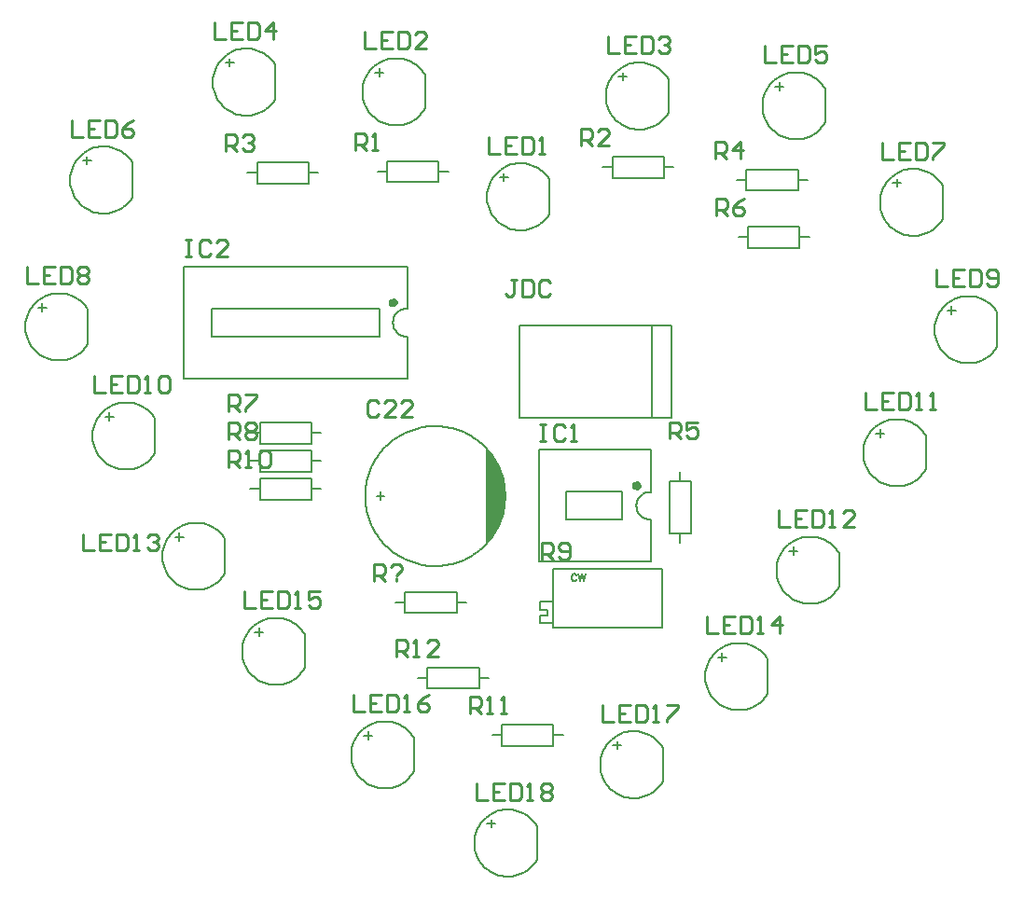
<source format=gto>
G04*
G04 #@! TF.GenerationSoftware,Altium Limited,Altium Designer,18.0.7 (293)*
G04*
G04 Layer_Color=65535*
%FSLAX25Y25*%
%MOIN*%
G70*
G01*
G75*
%ADD10C,0.00700*%
%ADD11C,0.01500*%
%ADD12C,0.00500*%
%ADD13C,0.01000*%
G36*
X403600Y285400D02*
Y250500D01*
X405500Y253100D01*
X405600Y252900D01*
X407300Y255600D01*
X408900Y259000D01*
X410400Y265100D01*
X410500Y268000D01*
X410300Y271400D01*
X409600Y275000D01*
X407600Y279600D01*
X403600Y285400D01*
D02*
G37*
D10*
X410500Y268000D02*
X410480Y269000D01*
X410420Y269999D01*
X410320Y270994D01*
X410180Y271985D01*
X410001Y272969D01*
X409783Y273945D01*
X409525Y274912D01*
X409230Y275868D01*
X408896Y276811D01*
X408525Y277740D01*
X408116Y278654D01*
X407672Y279550D01*
X407192Y280428D01*
X406678Y281286D01*
X406129Y282122D01*
X405548Y282936D01*
X404934Y283727D01*
X404289Y284491D01*
X403614Y285230D01*
X402910Y285941D01*
X402179Y286623D01*
X401420Y287276D01*
X400636Y287897D01*
X399828Y288487D01*
X398997Y289044D01*
X398144Y289567D01*
X397271Y290055D01*
X396379Y290509D01*
X395470Y290926D01*
X394545Y291306D01*
X393605Y291650D01*
X392652Y291955D01*
X391688Y292222D01*
X390714Y292450D01*
X389732Y292639D01*
X388742Y292789D01*
X387748Y292899D01*
X386750Y292969D01*
X385750Y292999D01*
X384750Y292989D01*
X383751Y292939D01*
X382754Y292849D01*
X381762Y292719D01*
X380776Y292550D01*
X379798Y292341D01*
X378828Y292093D01*
X377870Y291807D01*
X376923Y291483D01*
X375991Y291121D01*
X375073Y290722D01*
X374173Y290286D01*
X373290Y289815D01*
X372427Y289310D01*
X371585Y288769D01*
X370765Y288196D01*
X369969Y287590D01*
X369197Y286953D01*
X368452Y286286D01*
X367734Y285589D01*
X367045Y284864D01*
X366385Y284112D01*
X365755Y283334D01*
X365158Y282532D01*
X364593Y281707D01*
X364061Y280859D01*
X363563Y279991D01*
X363101Y279104D01*
X362675Y278199D01*
X362285Y277277D01*
X361933Y276341D01*
X361618Y275392D01*
X361341Y274430D01*
X361103Y273459D01*
X360904Y272478D01*
X360745Y271490D01*
X360625Y270497D01*
X360545Y269500D01*
X360505Y268500D01*
X360505Y267500D01*
X360545Y266500D01*
X360625Y265503D01*
X360745Y264510D01*
X360904Y263522D01*
X361103Y262542D01*
X361341Y261570D01*
X361618Y260608D01*
X361933Y259659D01*
X362285Y258722D01*
X362675Y257801D01*
X363101Y256896D01*
X363563Y256009D01*
X364061Y255141D01*
X364593Y254293D01*
X365158Y253468D01*
X365755Y252665D01*
X366385Y251888D01*
X367045Y251136D01*
X367734Y250411D01*
X368452Y249714D01*
X369197Y249047D01*
X369969Y248410D01*
X370765Y247804D01*
X371585Y247231D01*
X372427Y246691D01*
X373290Y246184D01*
X374173Y245713D01*
X375073Y245278D01*
X375991Y244879D01*
X376923Y244517D01*
X377870Y244193D01*
X378829Y243907D01*
X379798Y243659D01*
X380776Y243450D01*
X381762Y243281D01*
X382754Y243151D01*
X383751Y243061D01*
X384750Y243011D01*
X385750Y243001D01*
X386750Y243031D01*
X387748Y243101D01*
X388743Y243211D01*
X389732Y243361D01*
X390714Y243550D01*
X391688Y243778D01*
X392653Y244045D01*
X393605Y244350D01*
X394545Y244694D01*
X395470Y245074D01*
X396379Y245491D01*
X397271Y245945D01*
X398144Y246433D01*
X398997Y246956D01*
X399828Y247513D01*
X400636Y248103D01*
X401420Y248725D01*
X402179Y249377D01*
X402911Y250059D01*
X403614Y250770D01*
X404289Y251509D01*
X404934Y252274D01*
X405548Y253064D01*
X406129Y253878D01*
X406678Y254714D01*
X407192Y255572D01*
X407672Y256450D01*
X408116Y257347D01*
X408525Y258260D01*
X408896Y259189D01*
X409230Y260132D01*
X409525Y261088D01*
X409783Y262055D01*
X410001Y263031D01*
X410180Y264015D01*
X410320Y265006D01*
X410420Y266001D01*
X410480Y267000D01*
X410500Y268000D01*
X310351Y252571D02*
X309812Y253409D01*
X309205Y254198D01*
X308535Y254935D01*
X307807Y255614D01*
X307024Y256229D01*
X306193Y256778D01*
X305320Y257256D01*
X304410Y257661D01*
X303469Y257988D01*
X302505Y258236D01*
X301523Y258403D01*
X300531Y258488D01*
X299535Y258491D01*
X298542Y258411D01*
X297560Y258249D01*
X296594Y258007D01*
X295652Y257684D01*
X294740Y257285D01*
X293863Y256812D01*
X293029Y256268D01*
X292244Y255656D01*
X291511Y254982D01*
X290837Y254249D01*
X290226Y253462D01*
X289683Y252628D01*
X289210Y251751D01*
X288812Y250839D01*
X288491Y249896D01*
X288249Y248930D01*
X288088Y247948D01*
X288009Y246955D01*
X288012Y245959D01*
X288098Y244967D01*
X288266Y243986D01*
X288515Y243021D01*
X288843Y242081D01*
X289248Y241171D01*
X289727Y240298D01*
X290277Y239468D01*
X290893Y238686D01*
X291572Y237958D01*
X292309Y237288D01*
X293100Y236682D01*
X293938Y236144D01*
X294817Y235677D01*
X295732Y235284D01*
X296677Y234969D01*
X297644Y234734D01*
X298628Y234579D01*
X299621Y234506D01*
X300617Y234516D01*
X301608Y234608D01*
X302589Y234783D01*
X303551Y235038D01*
X304490Y235371D01*
X305397Y235782D01*
X306267Y236266D01*
X307094Y236821D01*
X307872Y237443D01*
X308596Y238127D01*
X309260Y238868D01*
X309861Y239662D01*
X310394Y240503D01*
X426351Y381071D02*
X425812Y381908D01*
X425205Y382698D01*
X424535Y383435D01*
X423807Y384114D01*
X423024Y384730D01*
X422193Y385278D01*
X421320Y385756D01*
X420409Y386160D01*
X419469Y386488D01*
X418505Y386736D01*
X417523Y386903D01*
X416531Y386988D01*
X415535Y386991D01*
X414542Y386911D01*
X413560Y386749D01*
X412594Y386507D01*
X411652Y386185D01*
X410740Y385786D01*
X409863Y385312D01*
X409029Y384768D01*
X408244Y384156D01*
X407511Y383482D01*
X406837Y382749D01*
X406226Y381962D01*
X405683Y381128D01*
X405210Y380251D01*
X404812Y379339D01*
X404491Y378396D01*
X404249Y377430D01*
X404088Y376448D01*
X404009Y375455D01*
X404012Y374459D01*
X404098Y373467D01*
X404266Y372485D01*
X404515Y371521D01*
X404843Y370581D01*
X405248Y369671D01*
X405727Y368798D01*
X406277Y367968D01*
X406893Y367186D01*
X407572Y366458D01*
X408310Y365788D01*
X409100Y365182D01*
X409938Y364644D01*
X410817Y364177D01*
X411732Y363785D01*
X412677Y363469D01*
X413644Y363233D01*
X414628Y363079D01*
X415621Y363006D01*
X416617Y363016D01*
X417608Y363108D01*
X418589Y363283D01*
X419551Y363538D01*
X420490Y363872D01*
X421397Y364282D01*
X422267Y364766D01*
X423094Y365321D01*
X423872Y365943D01*
X424596Y366627D01*
X425260Y367368D01*
X425861Y368162D01*
X426394Y369003D01*
X468851Y417071D02*
X468312Y417908D01*
X467705Y418698D01*
X467035Y419435D01*
X466307Y420114D01*
X465524Y420729D01*
X464693Y421278D01*
X463820Y421756D01*
X462910Y422160D01*
X461969Y422488D01*
X461005Y422736D01*
X460023Y422903D01*
X459031Y422988D01*
X458035Y422991D01*
X457042Y422911D01*
X456060Y422749D01*
X455094Y422507D01*
X454152Y422185D01*
X453239Y421785D01*
X452363Y421312D01*
X451530Y420768D01*
X450744Y420156D01*
X450011Y419482D01*
X449337Y418749D01*
X448726Y417962D01*
X448183Y417128D01*
X447710Y416251D01*
X447312Y415339D01*
X446991Y414396D01*
X446749Y413430D01*
X446588Y412448D01*
X446509Y411455D01*
X446512Y410459D01*
X446598Y409467D01*
X446766Y408486D01*
X447015Y407521D01*
X447343Y406581D01*
X447748Y405671D01*
X448227Y404798D01*
X448776Y403968D01*
X449393Y403186D01*
X450072Y402458D01*
X450810Y401788D01*
X451600Y401182D01*
X452438Y400644D01*
X453317Y400177D01*
X454232Y399784D01*
X455177Y399469D01*
X456144Y399234D01*
X457128Y399079D01*
X458121Y399006D01*
X459117Y399016D01*
X460108Y399108D01*
X461089Y399283D01*
X462051Y399538D01*
X462990Y399871D01*
X463897Y400282D01*
X464767Y400766D01*
X465594Y401321D01*
X466372Y401943D01*
X467096Y402627D01*
X467760Y403368D01*
X468361Y404162D01*
X468894Y405003D01*
X381851Y418571D02*
X381312Y419409D01*
X380705Y420198D01*
X380035Y420935D01*
X379307Y421614D01*
X378524Y422229D01*
X377693Y422778D01*
X376820Y423256D01*
X375909Y423661D01*
X374969Y423988D01*
X374005Y424236D01*
X373023Y424403D01*
X372031Y424488D01*
X371035Y424491D01*
X370042Y424411D01*
X369060Y424249D01*
X368094Y424007D01*
X367152Y423685D01*
X366240Y423285D01*
X365363Y422812D01*
X364529Y422268D01*
X363744Y421656D01*
X363011Y420982D01*
X362337Y420249D01*
X361726Y419462D01*
X361183Y418628D01*
X360710Y417751D01*
X360312Y416839D01*
X359991Y415896D01*
X359749Y414930D01*
X359588Y413947D01*
X359509Y412955D01*
X359512Y411959D01*
X359598Y410967D01*
X359766Y409985D01*
X360015Y409021D01*
X360343Y408081D01*
X360748Y407171D01*
X361227Y406298D01*
X361776Y405468D01*
X362393Y404686D01*
X363072Y403958D01*
X363809Y403288D01*
X364600Y402682D01*
X365438Y402144D01*
X366317Y401677D01*
X367232Y401285D01*
X368177Y400969D01*
X369144Y400734D01*
X370128Y400579D01*
X371121Y400506D01*
X372117Y400516D01*
X373108Y400608D01*
X374089Y400783D01*
X375051Y401038D01*
X375990Y401371D01*
X376897Y401782D01*
X377767Y402266D01*
X378594Y402821D01*
X379372Y403443D01*
X380096Y404127D01*
X380760Y404868D01*
X381361Y405662D01*
X381894Y406503D01*
X328351Y422071D02*
X327812Y422908D01*
X327205Y423698D01*
X326535Y424435D01*
X325807Y425114D01*
X325024Y425730D01*
X324193Y426278D01*
X323320Y426756D01*
X322410Y427161D01*
X321469Y427488D01*
X320505Y427736D01*
X319523Y427903D01*
X318531Y427988D01*
X317535Y427991D01*
X316542Y427911D01*
X315560Y427749D01*
X314594Y427506D01*
X313652Y427184D01*
X312739Y426786D01*
X311863Y426312D01*
X311030Y425768D01*
X310244Y425156D01*
X309511Y424482D01*
X308837Y423749D01*
X308226Y422962D01*
X307683Y422128D01*
X307210Y421251D01*
X306812Y420339D01*
X306491Y419396D01*
X306249Y418430D01*
X306088Y417448D01*
X306009Y416455D01*
X306012Y415459D01*
X306098Y414467D01*
X306266Y413485D01*
X306515Y412521D01*
X306843Y411581D01*
X307248Y410671D01*
X307727Y409798D01*
X308277Y408968D01*
X308893Y408186D01*
X309572Y407458D01*
X310310Y406788D01*
X311100Y406182D01*
X311938Y405644D01*
X312817Y405177D01*
X313732Y404784D01*
X314677Y404469D01*
X315644Y404234D01*
X316628Y404079D01*
X317621Y404006D01*
X318617Y404016D01*
X319608Y404108D01*
X320589Y404283D01*
X321551Y404538D01*
X322490Y404872D01*
X323397Y405282D01*
X324267Y405766D01*
X325094Y406321D01*
X325872Y406943D01*
X326596Y407627D01*
X327260Y408368D01*
X327861Y409162D01*
X328394Y410003D01*
X524851Y413571D02*
X524312Y414408D01*
X523705Y415198D01*
X523035Y415935D01*
X522307Y416614D01*
X521524Y417230D01*
X520693Y417778D01*
X519820Y418256D01*
X518910Y418660D01*
X517969Y418988D01*
X517005Y419236D01*
X516023Y419403D01*
X515031Y419488D01*
X514035Y419491D01*
X513042Y419411D01*
X512060Y419249D01*
X511094Y419006D01*
X510152Y418684D01*
X509239Y418286D01*
X508363Y417812D01*
X507529Y417268D01*
X506744Y416656D01*
X506011Y415982D01*
X505337Y415249D01*
X504726Y414462D01*
X504183Y413628D01*
X503710Y412751D01*
X503312Y411839D01*
X502991Y410896D01*
X502749Y409930D01*
X502588Y408948D01*
X502509Y407955D01*
X502512Y406959D01*
X502598Y405967D01*
X502766Y404986D01*
X503015Y404021D01*
X503343Y403081D01*
X503748Y402171D01*
X504227Y401298D01*
X504776Y400468D01*
X505393Y399686D01*
X506072Y398958D01*
X506810Y398288D01*
X507600Y397682D01*
X508438Y397144D01*
X509317Y396677D01*
X510232Y396285D01*
X511177Y395969D01*
X512144Y395733D01*
X513128Y395579D01*
X514121Y395506D01*
X515117Y395516D01*
X516108Y395608D01*
X517089Y395783D01*
X518051Y396038D01*
X518990Y396372D01*
X519897Y396782D01*
X520767Y397266D01*
X521594Y397821D01*
X522372Y398443D01*
X523096Y399127D01*
X523760Y399868D01*
X524361Y400662D01*
X524894Y401503D01*
X566851Y379071D02*
X566312Y379908D01*
X565705Y380698D01*
X565035Y381435D01*
X564307Y382114D01*
X563524Y382730D01*
X562693Y383278D01*
X561820Y383756D01*
X560910Y384160D01*
X559969Y384488D01*
X559005Y384736D01*
X558023Y384903D01*
X557031Y384988D01*
X556035Y384991D01*
X555042Y384911D01*
X554060Y384749D01*
X553094Y384507D01*
X552152Y384185D01*
X551239Y383786D01*
X550363Y383312D01*
X549530Y382768D01*
X548744Y382156D01*
X548011Y381482D01*
X547337Y380749D01*
X546726Y379962D01*
X546183Y379128D01*
X545710Y378251D01*
X545312Y377339D01*
X544991Y376396D01*
X544749Y375430D01*
X544588Y374447D01*
X544509Y373455D01*
X544512Y372459D01*
X544598Y371467D01*
X544766Y370485D01*
X545015Y369521D01*
X545343Y368581D01*
X545748Y367671D01*
X546227Y366798D01*
X546776Y365968D01*
X547393Y365186D01*
X548072Y364458D01*
X548810Y363788D01*
X549600Y363182D01*
X550438Y362644D01*
X551317Y362177D01*
X552232Y361785D01*
X553177Y361469D01*
X554144Y361233D01*
X555128Y361079D01*
X556121Y361006D01*
X557117Y361016D01*
X558108Y361108D01*
X559089Y361283D01*
X560051Y361538D01*
X560990Y361872D01*
X561897Y362282D01*
X562767Y362766D01*
X563594Y363321D01*
X564372Y363943D01*
X565096Y364627D01*
X565760Y365368D01*
X566361Y366162D01*
X566894Y367003D01*
X277351Y387071D02*
X276812Y387909D01*
X276205Y388698D01*
X275535Y389435D01*
X274807Y390114D01*
X274024Y390729D01*
X273193Y391278D01*
X272320Y391756D01*
X271410Y392161D01*
X270469Y392488D01*
X269505Y392736D01*
X268523Y392903D01*
X267531Y392988D01*
X266535Y392991D01*
X265542Y392911D01*
X264560Y392749D01*
X263594Y392507D01*
X262652Y392184D01*
X261739Y391786D01*
X260863Y391312D01*
X260030Y390768D01*
X259244Y390156D01*
X258511Y389482D01*
X257837Y388749D01*
X257226Y387962D01*
X256683Y387128D01*
X256210Y386251D01*
X255812Y385339D01*
X255491Y384396D01*
X255249Y383430D01*
X255088Y382448D01*
X255009Y381455D01*
X255012Y380459D01*
X255098Y379467D01*
X255266Y378485D01*
X255515Y377521D01*
X255843Y376581D01*
X256248Y375671D01*
X256727Y374798D01*
X257277Y373968D01*
X257893Y373186D01*
X258572Y372458D01*
X259310Y371788D01*
X260100Y371182D01*
X260938Y370644D01*
X261817Y370177D01*
X262732Y369784D01*
X263677Y369469D01*
X264644Y369233D01*
X265628Y369079D01*
X266621Y369006D01*
X267617Y369016D01*
X268608Y369108D01*
X269589Y369283D01*
X270551Y369538D01*
X271490Y369871D01*
X272397Y370282D01*
X273267Y370766D01*
X274094Y371321D01*
X274872Y371943D01*
X275596Y372627D01*
X276260Y373368D01*
X276861Y374162D01*
X277394Y375003D01*
X375538Y334995D02*
X374541Y334929D01*
X373577Y334666D01*
X372685Y334217D01*
X371900Y333600D01*
X371253Y332839D01*
X370771Y331964D01*
X370472Y331011D01*
X370369Y330017D01*
X370465Y329023D01*
X370756Y328068D01*
X371232Y327189D01*
X371873Y326423D01*
X372653Y325800D01*
X373542Y325344D01*
X374504Y325074D01*
X375500Y325000D01*
X462538Y269495D02*
X461541Y269429D01*
X460577Y269166D01*
X459685Y268717D01*
X458900Y268100D01*
X458253Y267338D01*
X457771Y266464D01*
X457472Y265511D01*
X457369Y264517D01*
X457465Y263523D01*
X457756Y262568D01*
X458232Y261689D01*
X458873Y260923D01*
X459653Y260300D01*
X460542Y259844D01*
X461504Y259574D01*
X462500Y259500D01*
X586351Y333571D02*
X585812Y334408D01*
X585205Y335198D01*
X584535Y335935D01*
X583807Y336614D01*
X583024Y337229D01*
X582193Y337778D01*
X581320Y338256D01*
X580409Y338661D01*
X579469Y338988D01*
X578505Y339236D01*
X577523Y339403D01*
X576531Y339488D01*
X575535Y339491D01*
X574542Y339411D01*
X573560Y339249D01*
X572594Y339006D01*
X571652Y338685D01*
X570740Y338285D01*
X569863Y337812D01*
X569030Y337268D01*
X568244Y336656D01*
X567511Y335982D01*
X566837Y335249D01*
X566226Y334462D01*
X565683Y333628D01*
X565210Y332751D01*
X564812Y331839D01*
X564491Y330896D01*
X564249Y329930D01*
X564088Y328947D01*
X564009Y327955D01*
X564012Y326959D01*
X564098Y325967D01*
X564266Y324986D01*
X564515Y324021D01*
X564843Y323081D01*
X565248Y322171D01*
X565727Y321298D01*
X566277Y320468D01*
X566893Y319686D01*
X567572Y318958D01*
X568310Y318288D01*
X569100Y317682D01*
X569938Y317144D01*
X570817Y316677D01*
X571732Y316284D01*
X572677Y315969D01*
X573644Y315734D01*
X574628Y315579D01*
X575621Y315506D01*
X576617Y315516D01*
X577608Y315608D01*
X578589Y315783D01*
X579551Y316038D01*
X580490Y316371D01*
X581397Y316782D01*
X582267Y317266D01*
X583094Y317821D01*
X583872Y318443D01*
X584596Y319127D01*
X585260Y319868D01*
X585861Y320662D01*
X586394Y321503D01*
X261351Y334571D02*
X260812Y335408D01*
X260205Y336198D01*
X259535Y336935D01*
X258807Y337614D01*
X258024Y338229D01*
X257193Y338778D01*
X256320Y339256D01*
X255410Y339661D01*
X254469Y339988D01*
X253505Y340236D01*
X252523Y340403D01*
X251531Y340488D01*
X250535Y340491D01*
X249542Y340411D01*
X248560Y340249D01*
X247594Y340006D01*
X246652Y339685D01*
X245740Y339285D01*
X244863Y338812D01*
X244029Y338268D01*
X243244Y337656D01*
X242511Y336982D01*
X241837Y336249D01*
X241226Y335462D01*
X240683Y334628D01*
X240210Y333751D01*
X239812Y332839D01*
X239491Y331896D01*
X239249Y330930D01*
X239088Y329947D01*
X239009Y328955D01*
X239012Y327959D01*
X239098Y326967D01*
X239266Y325986D01*
X239515Y325021D01*
X239843Y324081D01*
X240248Y323171D01*
X240727Y322298D01*
X241277Y321468D01*
X241893Y320686D01*
X242572Y319958D01*
X243309Y319288D01*
X244100Y318682D01*
X244938Y318144D01*
X245817Y317677D01*
X246732Y317284D01*
X247677Y316969D01*
X248644Y316734D01*
X249628Y316579D01*
X250621Y316506D01*
X251617Y316516D01*
X252608Y316608D01*
X253589Y316783D01*
X254551Y317038D01*
X255490Y317372D01*
X256397Y317782D01*
X257267Y318266D01*
X258094Y318821D01*
X258872Y319443D01*
X259596Y320127D01*
X260260Y320868D01*
X260861Y321662D01*
X261394Y322503D01*
X285351Y295571D02*
X284812Y296409D01*
X284205Y297198D01*
X283535Y297935D01*
X282807Y298614D01*
X282024Y299230D01*
X281193Y299778D01*
X280320Y300256D01*
X279410Y300660D01*
X278469Y300988D01*
X277505Y301236D01*
X276523Y301403D01*
X275531Y301488D01*
X274535Y301491D01*
X273542Y301411D01*
X272560Y301249D01*
X271594Y301007D01*
X270652Y300684D01*
X269740Y300286D01*
X268863Y299812D01*
X268029Y299268D01*
X267244Y298656D01*
X266511Y297982D01*
X265837Y297249D01*
X265226Y296462D01*
X264683Y295628D01*
X264210Y294751D01*
X263812Y293839D01*
X263491Y292896D01*
X263249Y291930D01*
X263088Y290948D01*
X263009Y289955D01*
X263012Y288959D01*
X263098Y287967D01*
X263266Y286985D01*
X263515Y286021D01*
X263843Y285081D01*
X264248Y284171D01*
X264727Y283298D01*
X265277Y282468D01*
X265893Y281686D01*
X266572Y280958D01*
X267309Y280288D01*
X268100Y279682D01*
X268938Y279144D01*
X269817Y278677D01*
X270732Y278285D01*
X271677Y277969D01*
X272644Y277733D01*
X273628Y277579D01*
X274621Y277506D01*
X275617Y277516D01*
X276608Y277608D01*
X277589Y277783D01*
X278551Y278038D01*
X279490Y278372D01*
X280397Y278782D01*
X281267Y279266D01*
X282094Y279821D01*
X282872Y280443D01*
X283596Y281127D01*
X284260Y281868D01*
X284861Y282662D01*
X285394Y283503D01*
X560851Y289571D02*
X560312Y290408D01*
X559705Y291198D01*
X559035Y291935D01*
X558307Y292614D01*
X557524Y293230D01*
X556693Y293778D01*
X555820Y294256D01*
X554910Y294660D01*
X553969Y294988D01*
X553005Y295236D01*
X552023Y295403D01*
X551031Y295488D01*
X550035Y295491D01*
X549042Y295411D01*
X548060Y295249D01*
X547094Y295006D01*
X546152Y294685D01*
X545239Y294285D01*
X544363Y293812D01*
X543530Y293268D01*
X542744Y292656D01*
X542011Y291982D01*
X541337Y291249D01*
X540726Y290462D01*
X540183Y289628D01*
X539710Y288751D01*
X539312Y287839D01*
X538991Y286896D01*
X538749Y285930D01*
X538588Y284947D01*
X538509Y283955D01*
X538512Y282959D01*
X538598Y281967D01*
X538766Y280985D01*
X539015Y280021D01*
X539343Y279081D01*
X539748Y278171D01*
X540227Y277298D01*
X540776Y276468D01*
X541393Y275686D01*
X542072Y274958D01*
X542810Y274288D01*
X543600Y273682D01*
X544438Y273144D01*
X545317Y272677D01*
X546232Y272285D01*
X547177Y271969D01*
X548144Y271733D01*
X549128Y271579D01*
X550121Y271506D01*
X551117Y271516D01*
X552108Y271608D01*
X553089Y271783D01*
X554051Y272038D01*
X554990Y272372D01*
X555897Y272782D01*
X556767Y273266D01*
X557594Y273821D01*
X558372Y274443D01*
X559096Y275127D01*
X559760Y275868D01*
X560361Y276662D01*
X560894Y277503D01*
X529851Y247571D02*
X529312Y248409D01*
X528705Y249198D01*
X528035Y249935D01*
X527307Y250614D01*
X526524Y251230D01*
X525693Y251778D01*
X524820Y252256D01*
X523910Y252660D01*
X522969Y252988D01*
X522005Y253236D01*
X521023Y253403D01*
X520031Y253488D01*
X519035Y253491D01*
X518042Y253411D01*
X517060Y253249D01*
X516094Y253007D01*
X515152Y252684D01*
X514240Y252286D01*
X513363Y251812D01*
X512530Y251268D01*
X511744Y250656D01*
X511011Y249982D01*
X510337Y249249D01*
X509726Y248462D01*
X509183Y247628D01*
X508710Y246751D01*
X508312Y245839D01*
X507991Y244896D01*
X507749Y243930D01*
X507588Y242948D01*
X507509Y241955D01*
X507512Y240959D01*
X507598Y239967D01*
X507766Y238985D01*
X508015Y238021D01*
X508343Y237081D01*
X508748Y236171D01*
X509227Y235298D01*
X509776Y234468D01*
X510393Y233686D01*
X511072Y232958D01*
X511810Y232288D01*
X512600Y231682D01*
X513438Y231144D01*
X514317Y230677D01*
X515232Y230285D01*
X516177Y229969D01*
X517144Y229733D01*
X518128Y229579D01*
X519121Y229506D01*
X520117Y229516D01*
X521108Y229608D01*
X522089Y229783D01*
X523051Y230038D01*
X523990Y230371D01*
X524897Y230782D01*
X525767Y231266D01*
X526594Y231821D01*
X527372Y232443D01*
X528096Y233127D01*
X528760Y233868D01*
X529361Y234662D01*
X529894Y235503D01*
X338851Y218571D02*
X338312Y219408D01*
X337705Y220198D01*
X337035Y220935D01*
X336307Y221614D01*
X335524Y222230D01*
X334693Y222778D01*
X333820Y223256D01*
X332909Y223660D01*
X331969Y223988D01*
X331005Y224236D01*
X330023Y224403D01*
X329031Y224488D01*
X328035Y224491D01*
X327042Y224411D01*
X326060Y224249D01*
X325094Y224007D01*
X324152Y223685D01*
X323239Y223286D01*
X322363Y222812D01*
X321530Y222268D01*
X320744Y221656D01*
X320011Y220982D01*
X319337Y220249D01*
X318726Y219462D01*
X318183Y218628D01*
X317710Y217751D01*
X317312Y216839D01*
X316991Y215896D01*
X316749Y214930D01*
X316588Y213948D01*
X316509Y212955D01*
X316512Y211959D01*
X316598Y210967D01*
X316766Y209985D01*
X317015Y209021D01*
X317343Y208081D01*
X317748Y207171D01*
X318227Y206298D01*
X318776Y205468D01*
X319393Y204686D01*
X320072Y203958D01*
X320810Y203288D01*
X321600Y202682D01*
X322438Y202144D01*
X323317Y201677D01*
X324232Y201285D01*
X325177Y200969D01*
X326144Y200733D01*
X327128Y200579D01*
X328121Y200506D01*
X329117Y200516D01*
X330108Y200608D01*
X331089Y200783D01*
X332051Y201038D01*
X332990Y201372D01*
X333897Y201782D01*
X334767Y202266D01*
X335594Y202821D01*
X336372Y203443D01*
X337096Y204127D01*
X337760Y204868D01*
X338361Y205662D01*
X338894Y206503D01*
X504351Y209571D02*
X503812Y210408D01*
X503205Y211198D01*
X502535Y211935D01*
X501807Y212614D01*
X501024Y213229D01*
X500193Y213778D01*
X499320Y214256D01*
X498410Y214661D01*
X497469Y214988D01*
X496505Y215236D01*
X495523Y215403D01*
X494531Y215488D01*
X493535Y215491D01*
X492542Y215411D01*
X491560Y215249D01*
X490594Y215006D01*
X489652Y214685D01*
X488739Y214285D01*
X487863Y213812D01*
X487030Y213268D01*
X486244Y212656D01*
X485511Y211982D01*
X484837Y211249D01*
X484226Y210462D01*
X483683Y209628D01*
X483210Y208751D01*
X482812Y207839D01*
X482491Y206896D01*
X482249Y205930D01*
X482088Y204947D01*
X482009Y203955D01*
X482012Y202959D01*
X482098Y201967D01*
X482266Y200986D01*
X482515Y200021D01*
X482843Y199081D01*
X483248Y198171D01*
X483727Y197298D01*
X484276Y196468D01*
X484893Y195686D01*
X485572Y194958D01*
X486310Y194288D01*
X487100Y193682D01*
X487938Y193144D01*
X488817Y192677D01*
X489732Y192285D01*
X490677Y191969D01*
X491644Y191734D01*
X492628Y191579D01*
X493621Y191506D01*
X494617Y191516D01*
X495608Y191608D01*
X496589Y191783D01*
X497551Y192038D01*
X498490Y192371D01*
X499397Y192782D01*
X500267Y193266D01*
X501094Y193821D01*
X501872Y194443D01*
X502596Y195127D01*
X503260Y195868D01*
X503861Y196662D01*
X504394Y197503D01*
X466851Y178071D02*
X466312Y178909D01*
X465705Y179698D01*
X465035Y180435D01*
X464307Y181114D01*
X463524Y181729D01*
X462693Y182278D01*
X461820Y182756D01*
X460910Y183160D01*
X459969Y183488D01*
X459005Y183736D01*
X458023Y183903D01*
X457031Y183988D01*
X456035Y183991D01*
X455042Y183911D01*
X454060Y183749D01*
X453094Y183507D01*
X452152Y183185D01*
X451239Y182785D01*
X450363Y182312D01*
X449530Y181768D01*
X448744Y181156D01*
X448011Y180482D01*
X447337Y179749D01*
X446726Y178962D01*
X446183Y178128D01*
X445710Y177251D01*
X445312Y176339D01*
X444991Y175396D01*
X444749Y174430D01*
X444588Y173448D01*
X444509Y172455D01*
X444512Y171459D01*
X444598Y170467D01*
X444766Y169485D01*
X445015Y168521D01*
X445343Y167581D01*
X445748Y166671D01*
X446227Y165798D01*
X446776Y164968D01*
X447393Y164186D01*
X448072Y163458D01*
X448810Y162788D01*
X449600Y162182D01*
X450438Y161644D01*
X451317Y161177D01*
X452232Y160784D01*
X453177Y160469D01*
X454144Y160233D01*
X455128Y160079D01*
X456121Y160006D01*
X457117Y160016D01*
X458108Y160108D01*
X459089Y160283D01*
X460051Y160538D01*
X460990Y160872D01*
X461897Y161282D01*
X462767Y161766D01*
X463594Y162321D01*
X464372Y162943D01*
X465096Y163627D01*
X465760Y164368D01*
X466361Y165162D01*
X466894Y166003D01*
X377851Y181571D02*
X377312Y182408D01*
X376705Y183198D01*
X376035Y183935D01*
X375307Y184614D01*
X374524Y185230D01*
X373693Y185778D01*
X372820Y186256D01*
X371909Y186661D01*
X370969Y186988D01*
X370005Y187236D01*
X369023Y187403D01*
X368031Y187488D01*
X367035Y187491D01*
X366042Y187411D01*
X365060Y187249D01*
X364094Y187006D01*
X363152Y186685D01*
X362240Y186285D01*
X361363Y185812D01*
X360529Y185268D01*
X359744Y184656D01*
X359011Y183982D01*
X358337Y183249D01*
X357726Y182462D01*
X357183Y181628D01*
X356710Y180751D01*
X356312Y179839D01*
X355991Y178896D01*
X355749Y177930D01*
X355588Y176947D01*
X355509Y175955D01*
X355512Y174959D01*
X355598Y173967D01*
X355766Y172985D01*
X356015Y172021D01*
X356343Y171081D01*
X356748Y170171D01*
X357227Y169298D01*
X357776Y168468D01*
X358393Y167686D01*
X359072Y166958D01*
X359809Y166288D01*
X360600Y165682D01*
X361438Y165144D01*
X362317Y164677D01*
X363232Y164285D01*
X364177Y163969D01*
X365144Y163733D01*
X366128Y163579D01*
X367121Y163506D01*
X368117Y163516D01*
X369108Y163608D01*
X370089Y163783D01*
X371051Y164038D01*
X371990Y164372D01*
X372897Y164782D01*
X373767Y165266D01*
X374594Y165821D01*
X375372Y166443D01*
X376096Y167127D01*
X376760Y167868D01*
X377361Y168662D01*
X377894Y169503D01*
X421851Y150071D02*
X421312Y150909D01*
X420705Y151698D01*
X420035Y152435D01*
X419307Y153114D01*
X418524Y153729D01*
X417693Y154278D01*
X416820Y154756D01*
X415909Y155160D01*
X414969Y155488D01*
X414005Y155736D01*
X413023Y155903D01*
X412031Y155988D01*
X411035Y155991D01*
X410042Y155911D01*
X409060Y155749D01*
X408094Y155507D01*
X407152Y155184D01*
X406240Y154786D01*
X405363Y154312D01*
X404529Y153768D01*
X403744Y153156D01*
X403011Y152482D01*
X402337Y151749D01*
X401726Y150962D01*
X401183Y150128D01*
X400710Y149251D01*
X400312Y148339D01*
X399991Y147396D01*
X399749Y146430D01*
X399588Y145448D01*
X399509Y144455D01*
X399512Y143459D01*
X399598Y142467D01*
X399766Y141486D01*
X400015Y140521D01*
X400343Y139581D01*
X400748Y138671D01*
X401227Y137798D01*
X401777Y136968D01*
X402393Y136186D01*
X403072Y135458D01*
X403809Y134788D01*
X404600Y134182D01*
X405438Y133644D01*
X406317Y133177D01*
X407232Y132784D01*
X408177Y132469D01*
X409144Y132234D01*
X410128Y132079D01*
X411121Y132006D01*
X412117Y132016D01*
X413108Y132108D01*
X414089Y132283D01*
X415051Y132538D01*
X415990Y132871D01*
X416897Y133282D01*
X417767Y133766D01*
X418594Y134321D01*
X419372Y134943D01*
X420096Y135627D01*
X420760Y136368D01*
X421361Y137162D01*
X421894Y138003D01*
X366000Y266600D02*
Y269700D01*
X364500Y268100D02*
X367400D01*
X310400Y240600D02*
Y252500D01*
X294100Y252100D02*
Y254900D01*
X292600Y253400D02*
X295600D01*
X386700Y384000D02*
X390200D01*
X368200Y380200D02*
X386700D01*
X364800Y384000D02*
X368200D01*
Y387800D02*
X386700D01*
X368200Y380200D02*
Y387800D01*
X386700Y380200D02*
Y387800D01*
X426400Y369100D02*
Y381000D01*
X410100Y380600D02*
Y383400D01*
X408600Y381900D02*
X411600D01*
X445300Y385500D02*
X448800D01*
Y389300D02*
X467300D01*
Y385500D02*
X470700D01*
X448800Y381700D02*
X467300D01*
Y389300D01*
X448800Y381700D02*
Y389300D01*
X468900Y405100D02*
Y417000D01*
X452600Y416600D02*
Y419400D01*
X451100Y417900D02*
X454100D01*
X381900Y406600D02*
Y418500D01*
X365600Y418100D02*
Y420900D01*
X364100Y419400D02*
X367100D01*
X318300Y383500D02*
X321800D01*
Y387300D02*
X340300D01*
Y383500D02*
X343700D01*
X321800Y379700D02*
X340300D01*
Y387300D01*
X321800Y379700D02*
Y387300D01*
X328400Y410100D02*
Y422000D01*
X312100Y421600D02*
Y424400D01*
X310600Y422900D02*
X313600D01*
X524900Y401600D02*
Y413500D01*
X508600Y413100D02*
Y415900D01*
X507100Y414400D02*
X510100D01*
X515200Y381000D02*
X518700D01*
X496700Y377200D02*
X515200D01*
X493300Y381000D02*
X496700D01*
Y384800D02*
X515200D01*
X496700Y377200D02*
Y384800D01*
X515200Y377200D02*
Y384800D01*
X470000Y296000D02*
Y329000D01*
X415500Y296000D02*
Y329000D01*
Y296000D02*
X470000D01*
X415500Y329000D02*
X470000D01*
X463000Y296000D02*
Y329000D01*
X566900Y367100D02*
Y379000D01*
X550600Y378600D02*
Y381400D01*
X549100Y379900D02*
X552100D01*
X277400Y375100D02*
Y387000D01*
X261100Y386600D02*
Y389400D01*
X259600Y387900D02*
X262600D01*
X305500Y325000D02*
X365500D01*
X305500D02*
Y335000D01*
X365500D01*
Y325000D02*
Y335000D01*
X375500D02*
Y350000D01*
Y310000D02*
Y324900D01*
X295500Y350000D02*
X375500D01*
X295500Y310000D02*
Y350000D01*
Y310000D02*
X375400D01*
X375500Y310100D01*
X432300Y259500D02*
X452400D01*
Y269500D01*
X432300D02*
X452400D01*
X432300Y259500D02*
Y269500D01*
X422500Y244500D02*
X462500D01*
X422500D02*
Y284500D01*
X462500D01*
Y244500D02*
Y259400D01*
Y269500D02*
Y284500D01*
X473000Y273200D02*
Y276700D01*
X476800Y254700D02*
Y273200D01*
X473000Y251300D02*
Y254700D01*
X469200D02*
Y273200D01*
Y254700D02*
X476800D01*
X469200Y273200D02*
X476800D01*
X515700Y360500D02*
X519200D01*
X497200Y356700D02*
X515700D01*
X493800Y360500D02*
X497200D01*
Y364300D02*
X515700D01*
X497200Y356700D02*
Y364300D01*
X515700Y356700D02*
Y364300D01*
X586400Y321600D02*
Y333500D01*
X570100Y333100D02*
Y335900D01*
X568600Y334400D02*
X571600D01*
X261400Y322600D02*
Y334500D01*
X245100Y334100D02*
Y336900D01*
X243600Y335400D02*
X246600D01*
X319300Y290500D02*
X322800D01*
Y294300D02*
X341300D01*
Y290500D02*
X344700D01*
X322800Y286700D02*
X341300D01*
Y294300D01*
X322800Y286700D02*
Y294300D01*
X393200Y230000D02*
X396700D01*
X374700Y226200D02*
X393200D01*
X371300Y230000D02*
X374700D01*
Y233800D02*
X393200D01*
X374700Y226200D02*
Y233800D01*
X393200Y226200D02*
Y233800D01*
X285400Y283600D02*
Y295500D01*
X269100Y295100D02*
Y297900D01*
X267600Y296400D02*
X270600D01*
X560900Y277600D02*
Y289500D01*
X544600Y289100D02*
Y291900D01*
X543100Y290400D02*
X546100D01*
X319300Y280500D02*
X322800D01*
Y284300D02*
X341300D01*
Y280500D02*
X344700D01*
X322800Y276700D02*
X341300D01*
Y284300D01*
X322800Y276700D02*
Y284300D01*
X529900Y235600D02*
Y247500D01*
X513600Y247100D02*
Y249900D01*
X512100Y248400D02*
X515100D01*
X319300Y270500D02*
X322800D01*
Y274300D02*
X341300D01*
Y270500D02*
X344700D01*
X322800Y266700D02*
X341300D01*
Y274300D01*
X322800Y266700D02*
Y274300D01*
X338900Y206600D02*
Y218500D01*
X322600Y218100D02*
Y220900D01*
X321100Y219400D02*
X324100D01*
X504400Y197600D02*
Y209500D01*
X488100Y209100D02*
Y211900D01*
X486600Y210400D02*
X489600D01*
X427700Y182500D02*
X431200D01*
X409200Y178700D02*
X427700D01*
X405800Y182500D02*
X409200D01*
Y186300D02*
X427700D01*
X409200Y178700D02*
Y186300D01*
X427700Y178700D02*
Y186300D01*
X466900Y166100D02*
Y178000D01*
X450600Y177600D02*
Y180400D01*
X449100Y178900D02*
X452100D01*
X377900Y169600D02*
Y181500D01*
X361600Y181100D02*
Y183900D01*
X360100Y182400D02*
X363100D01*
X401200Y203000D02*
X404700D01*
X382700Y199200D02*
X401200D01*
X379300Y203000D02*
X382700D01*
Y206800D02*
X401200D01*
X382700Y199200D02*
Y206800D01*
X401200Y199200D02*
Y206800D01*
X421900Y138100D02*
Y150000D01*
X405600Y149600D02*
Y152400D01*
X404100Y150900D02*
X407100D01*
D11*
X371200Y337300D02*
X370647Y338061D01*
X369753Y337770D01*
Y336830D01*
X370647Y336539D01*
X371200Y337300D01*
X458200Y271800D02*
X457647Y272561D01*
X456753Y272270D01*
Y271330D01*
X457647Y271039D01*
X458200Y271800D01*
D12*
X427500Y241900D02*
X466500D01*
X427500Y221100D02*
Y241900D01*
Y221100D02*
X466500D01*
Y241900D01*
X423000Y222500D02*
X427500D01*
X423000Y230300D02*
X427500D01*
X423000Y227400D02*
X425500D01*
Y225400D02*
Y227400D01*
X423000Y225400D02*
X425500D01*
X423000Y227400D02*
Y230300D01*
Y222500D02*
Y225400D01*
X436029Y239574D02*
X435910Y239812D01*
X435672Y240050D01*
X435434Y240169D01*
X434958D01*
X434720Y240050D01*
X434482Y239812D01*
X434363Y239574D01*
X434244Y239216D01*
Y238621D01*
X434363Y238264D01*
X434482Y238026D01*
X434720Y237788D01*
X434958Y237669D01*
X435434D01*
X435672Y237788D01*
X435910Y238026D01*
X436029Y238264D01*
X436732Y240169D02*
X437327Y237669D01*
X437922Y240169D02*
X437327Y237669D01*
X437922Y240169D02*
X438517Y237669D01*
X439112Y240169D02*
X438517Y237669D01*
D13*
X365149Y301348D02*
X364149Y302348D01*
X362150D01*
X361150Y301348D01*
Y297350D01*
X362150Y296350D01*
X364149D01*
X365149Y297350D01*
X371147Y296350D02*
X367148D01*
X371147Y300349D01*
Y301348D01*
X370147Y302348D01*
X368148D01*
X367148Y301348D01*
X377145Y296350D02*
X373146D01*
X377145Y300349D01*
Y301348D01*
X376145Y302348D01*
X374146D01*
X373146Y301348D01*
X363600Y237700D02*
Y243698D01*
X366599D01*
X367599Y242698D01*
Y240699D01*
X366599Y239699D01*
X363600D01*
X365599D02*
X367599Y237700D01*
X369598Y242698D02*
X370598Y243698D01*
X372597D01*
X373597Y242698D01*
Y241699D01*
X371597Y239699D01*
Y238700D02*
Y237700D01*
X371600Y210700D02*
Y216698D01*
X374599D01*
X375599Y215698D01*
Y213699D01*
X374599Y212699D01*
X371600D01*
X373599D02*
X375599Y210700D01*
X377598D02*
X379597D01*
X378598D01*
Y216698D01*
X377598Y215698D01*
X386595Y210700D02*
X382596D01*
X386595Y214699D01*
Y215698D01*
X385595Y216698D01*
X383596D01*
X382596Y215698D01*
X398100Y190200D02*
Y196198D01*
X401099D01*
X402099Y195198D01*
Y193199D01*
X401099Y192199D01*
X398100D01*
X400099D02*
X402099Y190200D01*
X404098D02*
X406097D01*
X405098D01*
Y196198D01*
X404098Y195198D01*
X409096Y190200D02*
X411096D01*
X410096D01*
Y196198D01*
X409096Y195198D01*
X311500Y278200D02*
Y284198D01*
X314499D01*
X315499Y283198D01*
Y281199D01*
X314499Y280199D01*
X311500D01*
X313499D02*
X315499Y278200D01*
X317498D02*
X319497D01*
X318498D01*
Y284198D01*
X317498Y283198D01*
X322496D02*
X323496Y284198D01*
X325496D01*
X326495Y283198D01*
Y279200D01*
X325496Y278200D01*
X323496D01*
X322496Y279200D01*
Y283198D01*
X423500Y245400D02*
Y251398D01*
X426499D01*
X427499Y250398D01*
Y248399D01*
X426499Y247399D01*
X423500D01*
X425499D02*
X427499Y245400D01*
X429498Y246400D02*
X430498Y245400D01*
X432497D01*
X433497Y246400D01*
Y250398D01*
X432497Y251398D01*
X430498D01*
X429498Y250398D01*
Y249399D01*
X430498Y248399D01*
X433497D01*
X311500Y288200D02*
Y294198D01*
X314499D01*
X315499Y293198D01*
Y291199D01*
X314499Y290199D01*
X311500D01*
X313499D02*
X315499Y288200D01*
X317498Y293198D02*
X318498Y294198D01*
X320497D01*
X321497Y293198D01*
Y292199D01*
X320497Y291199D01*
X321497Y290199D01*
Y289200D01*
X320497Y288200D01*
X318498D01*
X317498Y289200D01*
Y290199D01*
X318498Y291199D01*
X317498Y292199D01*
Y293198D01*
X318498Y291199D02*
X320497D01*
X311500Y298200D02*
Y304198D01*
X314499D01*
X315499Y303198D01*
Y301199D01*
X314499Y300199D01*
X311500D01*
X313499D02*
X315499Y298200D01*
X317498Y304198D02*
X321497D01*
Y303198D01*
X317498Y299200D01*
Y298200D01*
X486100Y368200D02*
Y374198D01*
X489099D01*
X490099Y373198D01*
Y371199D01*
X489099Y370199D01*
X486100D01*
X488099D02*
X490099Y368200D01*
X496097Y374198D02*
X494097Y373198D01*
X492098Y371199D01*
Y369200D01*
X493098Y368200D01*
X495097D01*
X496097Y369200D01*
Y370199D01*
X495097Y371199D01*
X492098D01*
X469300Y288500D02*
Y294498D01*
X472299D01*
X473299Y293498D01*
Y291499D01*
X472299Y290499D01*
X469300D01*
X471299D02*
X473299Y288500D01*
X479297Y294498D02*
X475298D01*
Y291499D01*
X477297Y292499D01*
X478297D01*
X479297Y291499D01*
Y289500D01*
X478297Y288500D01*
X476298D01*
X475298Y289500D01*
X485600Y388700D02*
Y394698D01*
X488599D01*
X489599Y393698D01*
Y391699D01*
X488599Y390699D01*
X485600D01*
X487599D02*
X489599Y388700D01*
X494597D02*
Y394698D01*
X491598Y391699D01*
X495597D01*
X310500Y391200D02*
Y397198D01*
X313499D01*
X314499Y396198D01*
Y394199D01*
X313499Y393199D01*
X310500D01*
X312499D02*
X314499Y391200D01*
X316498Y396198D02*
X317498Y397198D01*
X319497D01*
X320497Y396198D01*
Y395199D01*
X319497Y394199D01*
X318497D01*
X319497D01*
X320497Y393199D01*
Y392200D01*
X319497Y391200D01*
X317498D01*
X316498Y392200D01*
X437500Y393200D02*
Y399198D01*
X440499D01*
X441499Y398198D01*
Y396199D01*
X440499Y395199D01*
X437500D01*
X439499D02*
X441499Y393200D01*
X447497D02*
X443498D01*
X447497Y397199D01*
Y398198D01*
X446497Y399198D01*
X444498D01*
X443498Y398198D01*
X357100Y391700D02*
Y397698D01*
X360099D01*
X361099Y396698D01*
Y394699D01*
X360099Y393699D01*
X357100D01*
X359099D02*
X361099Y391700D01*
X363098D02*
X365097D01*
X364098D01*
Y397698D01*
X363098Y396698D01*
X400150Y165348D02*
Y159350D01*
X404149D01*
X410147Y165348D02*
X406148D01*
Y159350D01*
X410147D01*
X406148Y162349D02*
X408147D01*
X412146Y165348D02*
Y159350D01*
X415145D01*
X416145Y160350D01*
Y164348D01*
X415145Y165348D01*
X412146D01*
X418144Y159350D02*
X420144D01*
X419144D01*
Y165348D01*
X418144Y164348D01*
X423143D02*
X424142Y165348D01*
X426142D01*
X427141Y164348D01*
Y163349D01*
X426142Y162349D01*
X427141Y161349D01*
Y160350D01*
X426142Y159350D01*
X424142D01*
X423143Y160350D01*
Y161349D01*
X424142Y162349D01*
X423143Y163349D01*
Y164348D01*
X424142Y162349D02*
X426142D01*
X445150Y193348D02*
Y187350D01*
X449149D01*
X455147Y193348D02*
X451148D01*
Y187350D01*
X455147D01*
X451148Y190349D02*
X453147D01*
X457146Y193348D02*
Y187350D01*
X460145D01*
X461145Y188350D01*
Y192348D01*
X460145Y193348D01*
X457146D01*
X463144Y187350D02*
X465143D01*
X464144D01*
Y193348D01*
X463144Y192348D01*
X468143Y193348D02*
X472141D01*
Y192348D01*
X468143Y188350D01*
Y187350D01*
X356150Y196848D02*
Y190850D01*
X360149D01*
X366147Y196848D02*
X362148D01*
Y190850D01*
X366147D01*
X362148Y193849D02*
X364147D01*
X368146Y196848D02*
Y190850D01*
X371145D01*
X372145Y191850D01*
Y195848D01*
X371145Y196848D01*
X368146D01*
X374144Y190850D02*
X376144D01*
X375144D01*
Y196848D01*
X374144Y195848D01*
X383141Y196848D02*
X381142Y195848D01*
X379143Y193849D01*
Y191850D01*
X380142Y190850D01*
X382142D01*
X383141Y191850D01*
Y192849D01*
X382142Y193849D01*
X379143D01*
X317150Y233848D02*
Y227850D01*
X321149D01*
X327147Y233848D02*
X323148D01*
Y227850D01*
X327147D01*
X323148Y230849D02*
X325147D01*
X329146Y233848D02*
Y227850D01*
X332145D01*
X333145Y228850D01*
Y232848D01*
X332145Y233848D01*
X329146D01*
X335144Y227850D02*
X337143D01*
X336144D01*
Y233848D01*
X335144Y232848D01*
X344141Y233848D02*
X340143D01*
Y230849D01*
X342142Y231849D01*
X343142D01*
X344141Y230849D01*
Y228850D01*
X343142Y227850D01*
X341142D01*
X340143Y228850D01*
X482650Y224848D02*
Y218850D01*
X486649D01*
X492647Y224848D02*
X488648D01*
Y218850D01*
X492647D01*
X488648Y221849D02*
X490647D01*
X494646Y224848D02*
Y218850D01*
X497645D01*
X498645Y219850D01*
Y223848D01*
X497645Y224848D01*
X494646D01*
X500644Y218850D02*
X502643D01*
X501644D01*
Y224848D01*
X500644Y223848D01*
X508642Y218850D02*
Y224848D01*
X505643Y221849D01*
X509641D01*
X259500Y254498D02*
Y248500D01*
X263499D01*
X269497Y254498D02*
X265498D01*
Y248500D01*
X269497D01*
X265498Y251499D02*
X267497D01*
X271496Y254498D02*
Y248500D01*
X274495D01*
X275495Y249500D01*
Y253498D01*
X274495Y254498D01*
X271496D01*
X277494Y248500D02*
X279493D01*
X278494D01*
Y254498D01*
X277494Y253498D01*
X282493D02*
X283492Y254498D01*
X285492D01*
X286491Y253498D01*
Y252499D01*
X285492Y251499D01*
X284492D01*
X285492D01*
X286491Y250499D01*
Y249500D01*
X285492Y248500D01*
X283492D01*
X282493Y249500D01*
X508150Y262848D02*
Y256850D01*
X512149D01*
X518147Y262848D02*
X514148D01*
Y256850D01*
X518147D01*
X514148Y259849D02*
X516147D01*
X520146Y262848D02*
Y256850D01*
X523145D01*
X524145Y257850D01*
Y261848D01*
X523145Y262848D01*
X520146D01*
X526144Y256850D02*
X528144D01*
X527144D01*
Y262848D01*
X526144Y261848D01*
X535141Y256850D02*
X531143D01*
X535141Y260849D01*
Y261848D01*
X534142Y262848D01*
X532142D01*
X531143Y261848D01*
X539150Y304848D02*
Y298850D01*
X543149D01*
X549147Y304848D02*
X545148D01*
Y298850D01*
X549147D01*
X545148Y301849D02*
X547147D01*
X551146Y304848D02*
Y298850D01*
X554145D01*
X555145Y299850D01*
Y303848D01*
X554145Y304848D01*
X551146D01*
X557144Y298850D02*
X559143D01*
X558144D01*
Y304848D01*
X557144Y303848D01*
X562143Y298850D02*
X564142D01*
X563142D01*
Y304848D01*
X562143Y303848D01*
X263650Y310848D02*
Y304850D01*
X267649D01*
X273647Y310848D02*
X269648D01*
Y304850D01*
X273647D01*
X269648Y307849D02*
X271647D01*
X275646Y310848D02*
Y304850D01*
X278645D01*
X279645Y305850D01*
Y309848D01*
X278645Y310848D01*
X275646D01*
X281644Y304850D02*
X283644D01*
X282644D01*
Y310848D01*
X281644Y309848D01*
X286643D02*
X287642Y310848D01*
X289642D01*
X290641Y309848D01*
Y305850D01*
X289642Y304850D01*
X287642D01*
X286643Y305850D01*
Y309848D01*
X564650Y348848D02*
Y342850D01*
X568649D01*
X574647Y348848D02*
X570648D01*
Y342850D01*
X574647D01*
X570648Y345849D02*
X572647D01*
X576646Y348848D02*
Y342850D01*
X579645D01*
X580645Y343850D01*
Y347848D01*
X579645Y348848D01*
X576646D01*
X582644Y343850D02*
X583644Y342850D01*
X585643D01*
X586643Y343850D01*
Y347848D01*
X585643Y348848D01*
X583644D01*
X582644Y347848D01*
Y346849D01*
X583644Y345849D01*
X586643D01*
X239650Y349848D02*
Y343850D01*
X243649D01*
X249647Y349848D02*
X245648D01*
Y343850D01*
X249647D01*
X245648Y346849D02*
X247647D01*
X251646Y349848D02*
Y343850D01*
X254645D01*
X255645Y344850D01*
Y348848D01*
X254645Y349848D01*
X251646D01*
X257644Y348848D02*
X258644Y349848D01*
X260643D01*
X261643Y348848D01*
Y347849D01*
X260643Y346849D01*
X261643Y345849D01*
Y344850D01*
X260643Y343850D01*
X258644D01*
X257644Y344850D01*
Y345849D01*
X258644Y346849D01*
X257644Y347849D01*
Y348848D01*
X258644Y346849D02*
X260643D01*
X545150Y394348D02*
Y388350D01*
X549149D01*
X555147Y394348D02*
X551148D01*
Y388350D01*
X555147D01*
X551148Y391349D02*
X553147D01*
X557146Y394348D02*
Y388350D01*
X560145D01*
X561145Y389350D01*
Y393348D01*
X560145Y394348D01*
X557146D01*
X563144D02*
X567143D01*
Y393348D01*
X563144Y389350D01*
Y388350D01*
X255650Y402348D02*
Y396350D01*
X259649D01*
X265647Y402348D02*
X261648D01*
Y396350D01*
X265647D01*
X261648Y399349D02*
X263647D01*
X267646Y402348D02*
Y396350D01*
X270645D01*
X271645Y397350D01*
Y401348D01*
X270645Y402348D01*
X267646D01*
X277643D02*
X275643Y401348D01*
X273644Y399349D01*
Y397350D01*
X274644Y396350D01*
X276643D01*
X277643Y397350D01*
Y398349D01*
X276643Y399349D01*
X273644D01*
X503150Y428848D02*
Y422850D01*
X507149D01*
X513147Y428848D02*
X509148D01*
Y422850D01*
X513147D01*
X509148Y425849D02*
X511147D01*
X515146Y428848D02*
Y422850D01*
X518145D01*
X519145Y423850D01*
Y427848D01*
X518145Y428848D01*
X515146D01*
X525143D02*
X521144D01*
Y425849D01*
X523143Y426849D01*
X524143D01*
X525143Y425849D01*
Y423850D01*
X524143Y422850D01*
X522144D01*
X521144Y423850D01*
X306650Y437348D02*
Y431350D01*
X310649D01*
X316647Y437348D02*
X312648D01*
Y431350D01*
X316647D01*
X312648Y434349D02*
X314647D01*
X318646Y437348D02*
Y431350D01*
X321645D01*
X322645Y432350D01*
Y436348D01*
X321645Y437348D01*
X318646D01*
X327643Y431350D02*
Y437348D01*
X324644Y434349D01*
X328643D01*
X447150Y432348D02*
Y426350D01*
X451149D01*
X457147Y432348D02*
X453148D01*
Y426350D01*
X457147D01*
X453148Y429349D02*
X455147D01*
X459146Y432348D02*
Y426350D01*
X462145D01*
X463145Y427350D01*
Y431348D01*
X462145Y432348D01*
X459146D01*
X465144Y431348D02*
X466144Y432348D01*
X468143D01*
X469143Y431348D01*
Y430349D01*
X468143Y429349D01*
X467143D01*
X468143D01*
X469143Y428349D01*
Y427350D01*
X468143Y426350D01*
X466144D01*
X465144Y427350D01*
X360150Y433848D02*
Y427850D01*
X364149D01*
X370147Y433848D02*
X366148D01*
Y427850D01*
X370147D01*
X366148Y430849D02*
X368147D01*
X372146Y433848D02*
Y427850D01*
X375145D01*
X376145Y428850D01*
Y432848D01*
X375145Y433848D01*
X372146D01*
X382143Y427850D02*
X378144D01*
X382143Y431849D01*
Y432848D01*
X381143Y433848D01*
X379144D01*
X378144Y432848D01*
X404650Y396348D02*
Y390350D01*
X408649D01*
X414647Y396348D02*
X410648D01*
Y390350D01*
X414647D01*
X410648Y393349D02*
X412647D01*
X416646Y396348D02*
Y390350D01*
X419645D01*
X420645Y391350D01*
Y395348D01*
X419645Y396348D01*
X416646D01*
X422644Y390350D02*
X424644D01*
X423644D01*
Y396348D01*
X422644Y395348D01*
X414599Y345398D02*
X412599D01*
X413599D01*
Y340400D01*
X412599Y339400D01*
X411600D01*
X410600Y340400D01*
X416598Y345398D02*
Y339400D01*
X419597D01*
X420597Y340400D01*
Y344398D01*
X419597Y345398D01*
X416598D01*
X426595Y344398D02*
X425595Y345398D01*
X423596D01*
X422596Y344398D01*
Y340400D01*
X423596Y339400D01*
X425595D01*
X426595Y340400D01*
X296200Y359698D02*
X298199D01*
X297200D01*
Y353700D01*
X296200D01*
X298199D01*
X305197Y358698D02*
X304197Y359698D01*
X302198D01*
X301198Y358698D01*
Y354700D01*
X302198Y353700D01*
X304197D01*
X305197Y354700D01*
X311195Y353700D02*
X307196D01*
X311195Y357699D01*
Y358698D01*
X310195Y359698D01*
X308196D01*
X307196Y358698D01*
X423100Y293798D02*
X425099D01*
X424100D01*
Y287800D01*
X423100D01*
X425099D01*
X432097Y292798D02*
X431097Y293798D01*
X429098D01*
X428098Y292798D01*
Y288800D01*
X429098Y287800D01*
X431097D01*
X432097Y288800D01*
X434096Y287800D02*
X436096D01*
X435096D01*
Y293798D01*
X434096Y292798D01*
M02*

</source>
